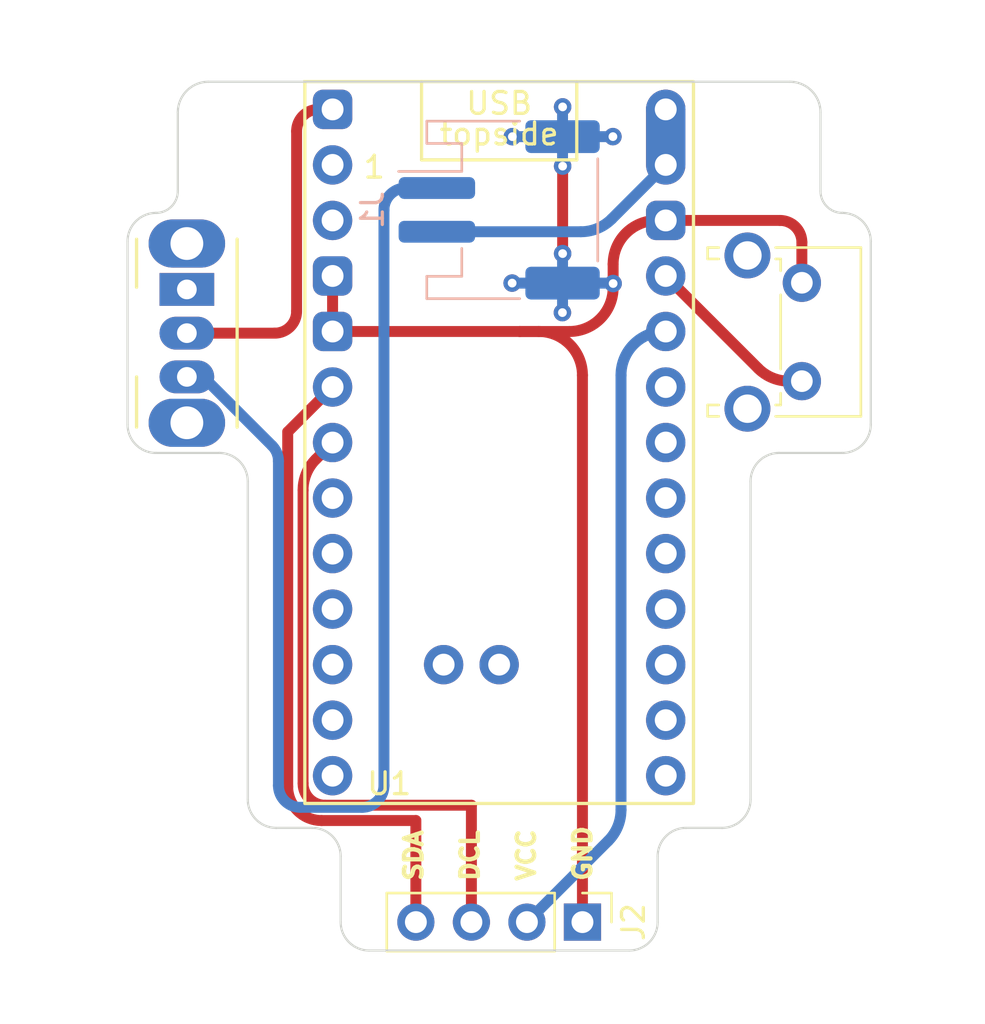
<source format=kicad_pcb>
(kicad_pcb (version 20221018) (generator pcbnew)
  (layers (0 "F.Cu" signal) (31 "B.Cu" signal) (34 "B.Paste" user) (35 "F.Paste" user) (36 "B.SilkS" user "B.Silkscreen") (37 "F.SilkS" user "F.Silkscreen") (38 "B.Mask" user) (39 "F.Mask" user) (44 "Edge.Cuts" user))
  (net 0 "")
  (net 19 "BAT-")
  (net 20 "BAT+")
  (net 21 "GND")
  (net 22 "Net-(U1-RST)")
  (net 23 "Net-(SW2-B)")
  (net 25 "+3V3")
  (net 26 "SCL")
  (net 27 "SDA")
  (footprint "Button_Switch_THT:SW_CuK_OS102011MA1QN1_SPDT_Angled" (layer "F.Cu") (at 24.29 26.81 -90)
    (fp_text reference "SW2" hide)
    (fp_text value "SW_SPDT")
    (fp_line (start -2.3 -2.3) (end 6.3 -2.3) (stroke (width 0.15)) (layer "F.SilkS"))
    (fp_line (start -2.3 2.3) (end -0.1 2.3) (stroke (width 0.15)) (layer "F.SilkS"))
    (fp_line (start 4 2.3) (end 6.3 2.3) (stroke (width 0.15)) (layer "F.SilkS"))
    (pad "" thru_hole oval (at -2.1 0 270) (size 2.2 3.5) (drill 1.5) (layers "*.Cu" "*.Mask"))
    (pad "" thru_hole oval (at 6.1 0 270) (size 2.2 3.5) (drill 1.5) (layers "*.Cu" "*.Mask"))
    (pad "1" thru_hole rect (at 0 0 270) (size 1.5 2.5) (drill 0.9) (layers "*.Cu" "*.Mask"))
    (pad "2" thru_hole oval (at 2 0 270) (size 1.5 2.5) (drill 0.9) (layers "*.Cu" "*.Mask") (net 23 "Net-(SW2-B)"))
    (pad "3" thru_hole oval (at 4 0 270) (size 1.5 2.5) (drill 0.9) (layers "*.Cu" "*.Mask") (net 19 "BAT-"))
  )
  (footprint "PCM_marbastlib-xp-promicroish:nice_nano_AH_USBup" (layer "F.Cu") (at 38.57625 35.08375)
    (fp_text reference "U1" (at -6.12625 14.33625) (layer "F.SilkS") (effects (justify left)))
    (fp_text value "nice_nano")
    (fp_text user "1" (at -5.715 -13.2825) (layer "F.SilkS") (effects (justify bottom)))
    (fp_text user "topside" (at 0 -14.8 unlocked) (layer "F.SilkS") (effects (justify bottom)))
    (fp_text user "USB" (at 0 -16.2 unlocked) (layer "F.SilkS") (effects (justify bottom)))
    (fp_line (start -3.55 -14.2) (end -3.55 -17.78) (stroke (width 0.15)) (layer "F.SilkS"))
    (fp_line (start 3.55 -14.2) (end -3.55 -14.2) (stroke (width 0.15)) (layer "F.SilkS"))
    (fp_line (start 3.55 -14.2) (end 3.55 -17.78) (stroke (width 0.15)) (layer "F.SilkS"))
    (fp_rect (start -8.89 -17.78) (end 8.89 15.24) (stroke (width 0.15)) (fill none) (layer "F.SilkS"))
    (pad "1" thru_hole circle (at -7.62 -13.97) (size 1.8 1.8) (drill 1) (layers "*.Cu" "B.Mask"))
    (pad "2" thru_hole circle (at -7.62 -11.43) (size 1.8 1.8) (drill 1) (layers "*.Cu" "B.Mask"))
    (pad "3" thru_hole roundrect (at -7.62 -8.89) (size 1.8 1.8) (drill 1) (layers "*.Cu" "B.Mask") (net 21 "GND"))
    (pad "4" thru_hole roundrect (at -7.62 -6.35) (size 1.8 1.8) (drill 1) (layers "*.Cu" "B.Mask") (net 21 "GND"))
    (pad "5" thru_hole circle (at -7.62 -3.81) (size 1.8 1.8) (drill 1) (layers "*.Cu" "B.Mask") (net 27 "SDA"))
    (pad "6" thru_hole circle (at -7.62 -1.27) (size 1.8 1.8) (drill 1) (layers "*.Cu" "B.Mask") (net 26 "SCL"))
    (pad "7" thru_hole circle (at -7.62 1.27) (size 1.8 1.8) (drill 1) (layers "*.Cu" "B.Mask"))
    (pad "8" thru_hole circle (at -7.62 3.81) (size 1.8 1.8) (drill 1) (layers "*.Cu" "B.Mask"))
    (pad "9" thru_hole circle (at -7.62 6.35) (size 1.8 1.8) (drill 1) (layers "*.Cu" "B.Mask"))
    (pad "10" thru_hole circle (at -7.62 8.89) (size 1.8 1.8) (drill 1) (layers "*.Cu" "B.Mask"))
    (pad "11" thru_hole circle (at -7.62 11.43) (size 1.8 1.8) (drill 1) (layers "*.Cu" "B.Mask"))
    (pad "12" thru_hole circle (at -7.62 13.97) (size 1.8 1.8) (drill 1) (layers "*.Cu" "B.Mask"))
    (pad "13" thru_hole oval (at 7.62 -13.97) (size 1.8 4.34) (drill 1 (offset 0 -1.27)) (layers "*.Cu" "B.Mask") (net 20 "BAT+"))
    (pad "14" thru_hole roundrect (at 7.62 -11.43) (size 1.8 1.8) (drill 1) (layers "*.Cu" "B.Mask") (net 21 "GND"))
    (pad "15" thru_hole circle (at 7.62 -8.89) (size 1.8 1.8) (drill 1) (layers "*.Cu" "B.Mask") (net 22 "Net-(U1-RST)"))
    (pad "16" thru_hole circle (at 7.62 -6.35) (size 1.8 1.8) (drill 1) (layers "*.Cu" "B.Mask") (net 25 "+3V3"))
    (pad "17" thru_hole circle (at 7.62 -3.81) (size 1.8 1.8) (drill 1) (layers "*.Cu" "B.Mask"))
    (pad "18" thru_hole circle (at 7.62 -1.27) (size 1.8 1.8) (drill 1) (layers "*.Cu" "B.Mask"))
    (pad "19" thru_hole circle (at 7.62 1.27) (size 1.8 1.8) (drill 1) (layers "*.Cu" "B.Mask"))
    (pad "20" thru_hole circle (at 7.62 3.81) (size 1.8 1.8) (drill 1) (layers "*.Cu" "B.Mask"))
    (pad "21" thru_hole circle (at 7.62 6.35) (size 1.8 1.8) (drill 1) (layers "*.Cu" "B.Mask"))
    (pad "22" thru_hole circle (at 7.62 8.89) (size 1.8 1.8) (drill 1) (layers "*.Cu" "B.Mask"))
    (pad "23" thru_hole circle (at 7.62 11.43) (size 1.8 1.8) (drill 1) (layers "*.Cu" "B.Mask"))
    (pad "24" thru_hole circle (at 7.62 13.97) (size 1.8 1.8) (drill 1) (layers "*.Cu" "B.Mask"))
    (pad "26" thru_hole circle (at -2.54 8.89) (size 1.8 1.8) (drill 1) (layers "*.Cu" "B.Mask"))
    (pad "27" thru_hole circle (at 0 8.89) (size 1.8 1.8) (drill 1) (layers "*.Cu" "B.Mask"))
    (pad "28" thru_hole roundrect (at -7.62 -16.51) (size 1.8 1.8) (drill 1) (layers "*.Cu" "B.Mask") (net 23 "Net-(SW2-B)"))
    (pad "29" thru_hole circle (at 7.62 -16.51) (size 1.8 1.8) (drill 1) (layers "*.Cu" "B.Mask") (net 20 "BAT+"))
  )
  (footprint "Connector_PinHeader_2.54mm:PinHeader_1x04_P2.54mm_Vertical" (layer "F.Cu") (at 42.38625 55.75125 -90)
    (fp_text reference "J2" (at 0 -2.33 90) (layer "F.SilkS"))
    (fp_text value "Conn_01x04")
    (fp_line (start -1.33 -1.33) (end 0 -1.33) (stroke (width 0.12)) (layer "F.SilkS"))
    (fp_line (start -1.33 0) (end -1.33 -1.33) (stroke (width 0.12)) (layer "F.SilkS"))
    (fp_line (start -1.33 1.27) (end -1.33 8.95) (stroke (width 0.12)) (layer "F.SilkS"))
    (fp_line (start -1.33 1.27) (end 1.33 1.27) (stroke (width 0.12)) (layer "F.SilkS"))
    (fp_line (start -1.33 8.95) (end 1.33 8.95) (stroke (width 0.12)) (layer "F.SilkS"))
    (fp_line (start 1.33 1.27) (end 1.33 8.95) (stroke (width 0.12)) (layer "F.SilkS"))
    (pad "1" thru_hole rect (at 0 0 270) (size 1.7 1.7) (drill 1) (layers "*.Cu" "*.Mask") (net 21 "GND"))
    (pad "2" thru_hole oval (at 0 2.54 270) (size 1.7 1.7) (drill 1) (layers "*.Cu" "*.Mask") (net 25 "+3V3"))
    (pad "3" thru_hole oval (at 0 5.08 270) (size 1.7 1.7) (drill 1) (layers "*.Cu" "*.Mask") (net 26 "SCL"))
    (pad "4" thru_hole oval (at 0 7.62 270) (size 1.7 1.7) (drill 1) (layers "*.Cu" "*.Mask") (net 27 "SDA"))
  )
  (footprint "MountingHole:MountingHole_2.2mm_M2" (layer "F.Cu") (at 50.07625 20.08375)
    (fp_text reference "H2" hide)
    (fp_text value "MountingHole")
    (pad "" np_thru_hole circle (at 0 0) (size 2.2 2.2) (drill 2.2) (layers "*.Cu" "*.Mask"))
  )
  (footprint "Button_Switch_THT:SW_Tactile_SPST_Angled_PTS645Vx83-2LFS" (layer "F.Cu") (at 52.42375 26.505625 -90)
    (fp_text reference "SW1" hide)
    (fp_text value "SW_Push")
    (fp_line (start -1.61 -2.7) (end -1.61 1.2) (stroke (width 0.12)) (layer "F.SilkS"))
    (fp_line (start -1.61 -2.7) (end 6.11 -2.7) (stroke (width 0.12)) (layer "F.SilkS"))
    (fp_line (start -1.61 3.8) (end -1.61 4.31) (stroke (width 0.12)) (layer "F.SilkS"))
    (fp_line (start -1.61 4.31) (end -1.09 4.31) (stroke (width 0.12)) (layer "F.SilkS"))
    (fp_line (start -1.09 0.97) (end -1.09 1.2) (stroke (width 0.12)) (layer "F.SilkS"))
    (fp_line (start -1.09 0.97) (end -0.55 0.97) (stroke (width 0.12)) (layer "F.SilkS"))
    (fp_line (start -1.09 3.8) (end -1.09 4.31) (stroke (width 0.12)) (layer "F.SilkS"))
    (fp_line (start 0.55 0.97) (end 3.95 0.97) (stroke (width 0.12)) (layer "F.SilkS"))
    (fp_line (start 5.05 0.97) (end 5.59 0.97) (stroke (width 0.12)) (layer "F.SilkS"))
    (fp_line (start 5.59 0.97) (end 5.59 1.2) (stroke (width 0.12)) (layer "F.SilkS"))
    (fp_line (start 5.59 3.8) (end 5.59 4.31) (stroke (width 0.12)) (layer "F.SilkS"))
    (fp_line (start 5.59 4.31) (end 6.11 4.31) (stroke (width 0.12)) (layer "F.SilkS"))
    (fp_line (start 6.11 -2.7) (end 6.11 1.2) (stroke (width 0.12)) (layer "F.SilkS"))
    (fp_line (start 6.11 3.8) (end 6.11 4.31) (stroke (width 0.12)) (layer "F.SilkS"))
    (pad "" thru_hole circle (at -1.25 2.49 270) (size 2.1 2.1) (drill 1.3) (layers "*.Cu" "*.Mask"))
    (pad "" thru_hole circle (at 5.76 2.49 270) (size 2.1 2.1) (drill 1.3) (layers "*.Cu" "*.Mask"))
    (pad "1" thru_hole circle (at 0 0 270) (size 1.75 1.75) (drill 0.99) (layers "*.Cu" "*.Mask") (net 21 "GND"))
    (pad "2" thru_hole circle (at 4.5 0 270) (size 1.75 1.75) (drill 0.99) (layers "*.Cu" "*.Mask") (net 22 "Net-(U1-RST)"))
  )
  (footprint "MountingHole:MountingHole_2.2mm_M2" (layer "F.Cu") (at 27.07625 20.08375)
    (fp_text reference "H1" hide)
    (fp_text value "MountingHole")
    (pad "" np_thru_hole circle (at 0 0) (size 2.2 2.2) (drill 2.2) (layers "*.Cu" "*.Mask"))
  )
  (footprint "Connector_JST:JST_PH_S2B-PH-SM4-TB_1x02-1MP_P2.00mm_Horizontal" (layer "B.Cu") (at 38.57625 23.17125 -90)
    (fp_text reference "J1" (at 0 5.8 -270) (layer "B.SilkS") (effects (justify mirror)))
    (fp_text value "Conn_01x02_MountingPin")
    (fp_line (start -4.06 -0.94) (end -4.06 3.31) (stroke (width 0.12)) (layer "B.SilkS"))
    (fp_line (start -4.06 3.31) (end -3.04 3.31) (stroke (width 0.12)) (layer "B.SilkS"))
    (fp_line (start -3.04 1.71) (end -1.76 1.71) (stroke (width 0.12)) (layer "B.SilkS"))
    (fp_line (start -3.04 3.31) (end -3.04 1.71) (stroke (width 0.12)) (layer "B.SilkS"))
    (fp_line (start -2.34 -4.51) (end 2.34 -4.51) (stroke (width 0.12)) (layer "B.SilkS"))
    (fp_line (start -1.76 1.71) (end -1.76 4.6) (stroke (width 0.12)) (layer "B.SilkS"))
    (fp_line (start 3.04 1.71) (end 1.76 1.71) (stroke (width 0.12)) (layer "B.SilkS"))
    (fp_line (start 3.04 3.31) (end 3.04 1.71) (stroke (width 0.12)) (layer "B.SilkS"))
    (fp_line (start 4.06 -0.94) (end 4.06 3.31) (stroke (width 0.12)) (layer "B.SilkS"))
    (fp_line (start 4.06 3.31) (end 3.04 3.31) (stroke (width 0.12)) (layer "B.SilkS"))
    (pad "1" smd roundrect (at -1 2.85 270) (size 1 3.5) (layers "B.Cu" "B.Paste" "B.Mask") (net 19 "BAT-"))
    (pad "2" smd roundrect (at 1 2.85 270) (size 1 3.5) (layers "B.Cu" "B.Paste" "B.Mask") (net 20 "BAT+"))
    (pad "MP" smd roundrect (at -3.35 -2.9 270) (size 1.5 3.4) (layers "B.Cu" "B.Paste" "B.Mask") (roundrect_rratio 0.1666673333) (net 21 "GND"))
    (pad "MP" smd roundrect (at 3.35 -2.9 270) (size 1.5 3.4) (layers "B.Cu" "B.Paste" "B.Mask") (roundrect_rratio 0.1666673333) (net 21 "GND"))
  )
  (gr_arc (start 50.07625 35.59) (mid 50.457014 34.670779) (end 51.37625 34.29) (stroke (width 0.1)) (layer "Edge.Cuts"))
  (gr_arc (start 22.87625 34.29) (mid 21.957014 33.90925) (end 21.57625 32.99) (stroke (width 0.1)) (layer "Edge.Cuts"))
  (gr_arc (start 21.57625 24.61) (mid 21.957023 23.690773) (end 22.87625 23.31) (stroke (width 0.1)) (layer "Edge.Cuts"))
  (gr_line (start 53.27625 18.71) (end 53.27625 22.31) (stroke (width 0.1)) (layer "Edge.Cuts"))
  (gr_line (start 21.57625 24.61) (end 21.57625 32.99) (stroke (width 0.1)) (layer "Edge.Cuts"))
  (gr_arc (start 30.02625 51.44) (mid 30.945486 51.82075) (end 31.32625 52.74) (stroke (width 0.1)) (layer "Edge.Cuts"))
  (gr_line (start 25.77625 34.29) (end 22.87625 34.29) (stroke (width 0.1)) (layer "Edge.Cuts"))
  (gr_arc (start 54.27625 23.31) (mid 55.195521 23.690744) (end 55.57625 24.61) (stroke (width 0.1)) (layer "Edge.Cuts"))
  (gr_line (start 48.77625 51.44) (end 47.12625 51.44) (stroke (width 0.1)) (layer "Edge.Cuts"))
  (gr_arc (start 50.07625 50.14) (mid 49.695486 51.059221) (end 48.77625 51.44) (stroke (width 0.1)) (layer "Edge.Cuts"))
  (gr_arc (start 45.82625 55.75) (mid 45.445492 56.669256) (end 44.52625 57.05) (stroke (width 0.1)) (layer "Edge.Cuts"))
  (gr_arc (start 28.37625 51.44) (mid 27.457011 51.059239) (end 27.07625 50.14) (stroke (width 0.1)) (layer "Edge.Cuts"))
  (gr_line (start 55.57625 24.61) (end 55.57625 32.99) (stroke (width 0.1)) (layer "Edge.Cuts"))
  (gr_line (start 28.37625 51.44) (end 30.02625 51.44) (stroke (width 0.1)) (layer "Edge.Cuts"))
  (gr_line (start 45.82625 52.74) (end 45.82625 55.75) (stroke (width 0.1)) (layer "Edge.Cuts"))
  (gr_arc (start 23.87625 22.31) (mid 23.583354 23.017089) (end 22.87625 23.31) (stroke (width 0.1)) (layer "Edge.Cuts"))
  (gr_arc (start 55.57625 32.99) (mid 55.195486 33.909221) (end 54.27625 34.29) (stroke (width 0.1)) (layer "Edge.Cuts"))
  (gr_line (start 31.32625 55.75) (end 31.32625 52.74) (stroke (width 0.1)) (layer "Edge.Cuts"))
  (gr_line (start 54.27625 34.29) (end 51.37625 34.29) (stroke (width 0.1)) (layer "Edge.Cuts"))
  (gr_arc (start 32.62625 57.05) (mid 31.707014 56.66925) (end 31.32625 55.75) (stroke (width 0.1)) (layer "Edge.Cuts"))
  (gr_line (start 48.77625 51.44) (end 48.77625 51.44) (stroke (width 0.1)) (layer "Edge.Cuts"))
  (gr_arc (start 23.87625 18.71) (mid 24.286301 17.720051) (end 25.27625 17.31) (stroke (width 0.1)) (layer "Edge.Cuts"))
  (gr_line (start 22.87625 23.31) (end 22.87625 23.31) (stroke (width 0.1)) (layer "Edge.Cuts"))
  (gr_arc (start 25.77625 34.29) (mid 26.695521 34.670744) (end 27.07625 35.59) (stroke (width 0.1)) (layer "Edge.Cuts"))
  (gr_line (start 23.87625 18.71) (end 23.87625 22.31) (stroke (width 0.1)) (layer "Edge.Cuts"))
  (gr_line (start 27.07625 35.59) (end 27.07625 50.14) (stroke (width 0.1)) (layer "Edge.Cuts"))
  (gr_line (start 28.37625 51.44) (end 28.37625 51.44) (stroke (width 0.1)) (layer "Edge.Cuts"))
  (gr_line (start 32.62625 57.05) (end 44.52625 57.05) (stroke (width 0.1)) (layer "Edge.Cuts"))
  (gr_arc (start 54.27625 23.31) (mid 53.569111 23.017124) (end 53.27625 22.31) (stroke (width 0.1)) (layer "Edge.Cuts"))
  (gr_line (start 54.27625 23.31) (end 54.27625 23.31) (stroke (width 0.1)) (layer "Edge.Cuts"))
  (gr_line (start 50.07625 50.14) (end 50.07625 35.59) (stroke (width 0.1)) (layer "Edge.Cuts"))
  (gr_arc (start 45.82625 52.74) (mid 46.207008 51.820744) (end 47.12625 51.44) (stroke (width 0.1)) (layer "Edge.Cuts"))
  (gr_arc (start 51.87625 17.31) (mid 52.866167 17.720068) (end 53.27625 18.71) (stroke (width 0.1)) (layer "Edge.Cuts"))
  (gr_line (start 25.27625 17.31) (end 51.87625 17.31) (stroke (width 0.1)) (layer "Edge.Cuts"))
  (gr_text "SDA\n\nDCL\n\nVCC\n\nGND" (at 42.86 53.96 90) (layer "F.SilkS") (effects (font (size 0.8 0.8) (thickness 0.2) bold) (justify left bottom)))
  (segment (start 25.04 30.81) (end 28.187107 33.957107) (width 0.5) (layer "B.Cu") (net 19))
  (segment (start 28.48 34.664214) (end 28.48 49.5) (width 0.5) (layer "B.Cu") (net 19))
  (segment (start 25.04 24.81) (end 24.29 24.81) (width 0.5) (layer "B.Cu") (net 19))
  (segment (start 34.30625 22.17125) (end 35.72625 22.17125) (width 0.5) (layer "B.Cu") (net 19))
  (segment (start 33.30625 49.5) (end 33.30625 23.17125) (width 0.5) (layer "B.Cu") (net 19))
  (segment (start 29.48 50.5) (end 32.30625 50.5) (width 0.5) (layer "B.Cu") (net 19))
  (segment (start 24.29 30.81) (end 25.04 30.81) (width 0.5) (layer "B.Cu") (net 19))
  (arc (start 28.48 49.5) (mid 28.772893 50.207107) (end 29.48 50.5) (width 0.5) (layer "B.Cu") (net 19))
  (arc (start 28.48 34.664214) (mid 28.40388 34.281531) (end 28.187107 33.957107) (width 0.5) (layer "B.Cu") (net 19))
  (arc (start 34.30625 22.17125) (mid 33.599143 22.464143) (end 33.30625 23.17125) (width 0.5) (layer "B.Cu") (net 19))
  (arc (start 33.30625 49.5) (mid 33.013357 50.207107) (end 32.30625 50.5) (width 0.5) (layer "B.Cu") (net 19))
  (segment (start 42.310323 24.17125) (end 35.72625 24.17125) (width 0.5) (layer "B.Cu") (net 20))
  (segment (start 46.19625 21.11375) (end 43.724536 23.585464) (width 0.5) (layer "B.Cu") (net 20))
  (arc (start 42.310323 24.17125) (mid 43.07569 24.019009) (end 43.724536 23.585464) (width 0.5) (layer "B.Cu") (net 20))
  (segment (start 52.42375 26.505625) (end 52.42375 24.65375) (width 0.5) (layer "F.Cu") (net 21))
  (segment (start 39.52 28.73375) (end 41.79 28.73375) (width 0.5) (layer "F.Cu") (net 21))
  (segment (start 46.19625 23.65375) (end 45.79 23.65375) (width 0.5) (layer "F.Cu") (net 21))
  (segment (start 43.79 25.65375) (end 43.79 26.54) (width 0.5) (layer "F.Cu") (net 21))
  (segment (start 40.38625 28.73375) (end 39.52 28.73375) (width 0.5) (layer "F.Cu") (net 21))
  (segment (start 43.79 26.73375) (end 43.79 26.54) (width 0.5) (layer "F.Cu") (net 21))
  (segment (start 43.79 26.73375) (end 43.79 26.54) (width 0.5) (layer "F.Cu") (net 21))
  (segment (start 41.48 21.17) (end 41.48 25.17) (width 0.5) (layer "F.Cu") (net 21))
  (segment (start 42.38625 55.75125) (end 42.38625 30.73375) (width 0.5) (layer "F.Cu") (net 21))
  (segment (start 30.95625 28.73375) (end 30.95625 26.19375) (width 0.5) (layer "F.Cu") (net 21))
  (segment (start 51.42375 23.65375) (end 46.19625 23.65375) (width 0.5) (layer "F.Cu") (net 21))
  (segment (start 43.78 26.53) (end 43.79 26.54) (width 0.5) (layer "F.Cu") (net 21))
  (segment (start 39.52 28.73375) (end 30.95625 28.73375) (width 0.5) (layer "F.Cu") (net 21))
  (via (at 41.47 27.87) (size 0.8) (drill 0.4) (layers "F.Cu" "B.Cu") (net 21))
  (via (at 43.79 26.54) (size 0.8) (drill 0.4) (layers "F.Cu" "B.Cu") (net 21))
  (via (at 41.48 18.46) (size 0.8) (drill 0.4) (layers "F.Cu" "B.Cu") (net 21))
  (via (at 39.18 19.82125) (size 0.8) (drill 0.4) (layers "F.Cu" "B.Cu") (net 21))
  (via (at 39.17 26.52) (size 0.8) (drill 0.4) (layers "F.Cu" "B.Cu") (net 21))
  (via (at 41.48 21.17) (size 0.8) (drill 0.4) (layers "F.Cu" "B.Cu") (net 21))
  (via (at 43.78 19.82) (size 0.8) (drill 0.4) (layers "F.Cu" "B.Cu") (net 21))
  (via (at 41.48 25.17) (size 0.8) (drill 0.4) (layers "F.Cu" "B.Cu") (net 21))
  (arc (start 51.42375 23.65375) (mid 52.130857 23.946643) (end 52.42375 24.65375) (width 0.5) (layer "F.Cu") (net 21))
  (arc (start 43.79 25.65375) (mid 44.375786 24.239536) (end 45.79 23.65375) (width 0.5) (layer "F.Cu") (net 21))
  (arc (start 42.38625 30.73375) (mid 41.800464 29.319536) (end 40.38625 28.73375) (width 0.5) (layer "F.Cu") (net 21))
  (arc (start 41.79 28.73375) (mid 43.204214 28.147964) (end 43.79 26.73375) (width 0.5) (layer "F.Cu") (net 21))
  (segment (start 39.17125 26.52125) (end 39.17 26.52) (width 0.5) (layer "B.Cu") (net 21))
  (segment (start 41.47625 26.52125) (end 41.47625 27.86375) (width 0.5) (layer "B.Cu") (net 21))
  (segment (start 41.47625 19.82125) (end 39.18 19.82125) (width 0.5) (layer "B.Cu") (net 21))
  (segment (start 41.47625 27.86375) (end 41.47 27.87) (width 0.5) (layer "B.Cu") (net 21))
  (segment (start 41.47625 19.82125) (end 41.47625 18.46375) (width 0.5) (layer "B.Cu") (net 21))
  (segment (start 41.47625 18.46375) (end 41.48 18.46) (width 0.5) (layer "B.Cu") (net 21))
  (segment (start 41.47625 26.52125) (end 43.77125 26.52125) (width 0.5) (layer "B.Cu") (net 21))
  (segment (start 41.47625 19.82125) (end 41.47625 21.16625) (width 0.5) (layer "B.Cu") (net 21))
  (segment (start 41.47625 26.52125) (end 41.47625 25.17375) (width 0.5) (layer "B.Cu") (net 21))
  (segment (start 41.47625 26.52125) (end 39.17125 26.52125) (width 0.5) (layer "B.Cu") (net 21))
  (segment (start 41.47625 25.17375) (end 41.48 25.17) (width 0.5) (layer "B.Cu") (net 21))
  (segment (start 41.47625 21.16625) (end 41.48 21.17) (width 0.5) (layer "B.Cu") (net 21))
  (segment (start 43.77125 26.52125) (end 43.79 26.54) (width 0.5) (layer "B.Cu") (net 21))
  (segment (start 41.47625 19.82125) (end 43.77875 19.82125) (width 0.5) (layer "B.Cu") (net 21))
  (segment (start 43.77875 19.82125) (end 43.78 19.82) (width 0.5) (layer "B.Cu") (net 21))
  (segment (start 52.42375 31.005625) (end 51.836552 31.005625) (width 0.5) (layer "F.Cu") (net 22))
  (segment (start 50.422338 30.419838) (end 46.19625 26.19375) (width 0.5) (layer "F.Cu") (net 22))
  (arc (start 50.422338 30.419838) (mid 51.071185 30.853384) (end 51.836552 31.005625) (width 0.5) (layer "F.Cu") (net 22))
  (segment (start 28.31 28.81) (end 24.29 28.81) (width 0.5) (layer "F.Cu") (net 23))
  (segment (start 29.31 19.57375) (end 29.31 27.81) (width 0.5) (layer "F.Cu") (net 23))
  (segment (start 30.95625 18.57375) (end 30.31 18.57375) (width 0.5) (layer "F.Cu") (net 23))
  (arc (start 30.31 18.57375) (mid 29.602893 18.866643) (end 29.31 19.57375) (width 0.5) (layer "F.Cu") (net 23))
  (arc (start 28.31 28.81) (mid 29.017107 28.517107) (end 29.31 27.81) (width 0.5) (layer "F.Cu") (net 23))
  (segment (start 43.564213 52.033287) (end 39.84625 55.75125) (width 0.5) (layer "B.Cu") (net 25))
  (segment (start 46.19625 28.73375) (end 46.15 28.73375) (width 0.5) (layer "B.Cu") (net 25))
  (segment (start 44.15 30.73375) (end 44.15 50.619073) (width 0.5) (layer "B.Cu") (net 25))
  (arc (start 44.15 50.619073) (mid 43.997759 51.38444) (end 43.564213 52.033287) (width 0.5) (layer "B.Cu") (net 25))
  (arc (start 44.15 30.73375) (mid 44.735786 29.319536) (end 46.15 28.73375) (width 0.5) (layer "B.Cu") (net 25))
  (segment (start 29.60625 35.992177) (end 29.60625 49.40375) (width 0.5) (layer "F.Cu") (net 26))
  (segment (start 30.60625 50.40375) (end 37.30625 50.40375) (width 0.5) (layer "F.Cu") (net 26))
  (segment (start 30.95625 33.81375) (end 30.192036 34.577964) (width 0.5) (layer "F.Cu") (net 26))
  (segment (start 37.30625 50.40375) (end 37.30625 55.75125) (width 0.5) (layer "F.Cu") (net 26))
  (arc (start 29.60625 49.40375) (mid 29.899143 50.110857) (end 30.60625 50.40375) (width 0.5) (layer "F.Cu") (net 26))
  (arc (start 30.192036 34.577964) (mid 29.758491 35.22681) (end 29.60625 35.992177) (width 0.5) (layer "F.Cu") (net 26))
  (segment (start 30.95625 31.27375) (end 28.903654 33.326346) (width 0.5) (layer "F.Cu") (net 27))
  (segment (start 30.447496 51.10375) (end 34.76625 51.10375) (width 0.5) (layer "F.Cu") (net 27))
  (segment (start 34.76625 51.10375) (end 34.76625 55.75125) (width 0.5) (layer "F.Cu") (net 27))
  (segment (start 28.903654 33.326346) (end 28.903654 49.559908) (width 0.5) (layer "F.Cu") (net 27))
  (arc (start 28.903654 49.559908) (mid 29.355835 50.651569) (end 30.447496 51.10375) (width 0.5) (layer "F.Cu") (net 27))
)
</source>
